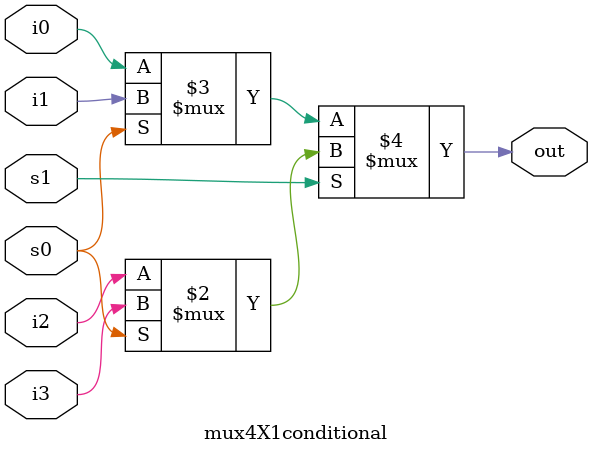
<source format=v>
`timescale 1ns / 1ps


module ha_using4x1mux(input a,b,output wire s,c);
 mux4X1conditional u1(a,b,0,1,1,0,s);
 mux4X1conditional u2(a,b,0,0,0,1,c);
endmodule
module mux4X1conditional(input s0,s1,i0,i1,i2,i3,output reg out);
always @(*)
begin
out= s1?(s0?i3:i2):(s0?i1:i0);
end
endmodule
</source>
